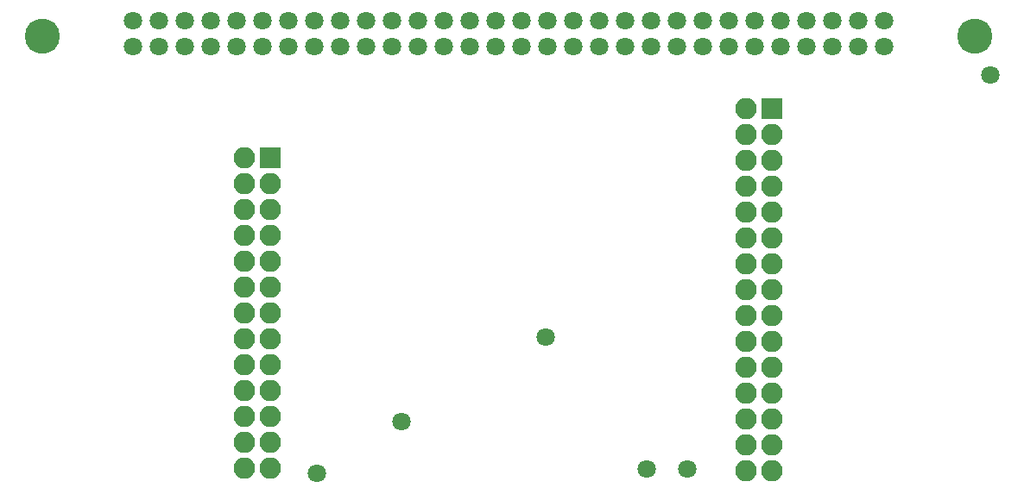
<source format=gbs>
G04 #@! TF.FileFunction,Soldermask,Bot*
%FSLAX46Y46*%
G04 Gerber Fmt 4.6, Leading zero omitted, Abs format (unit mm)*
G04 Created by KiCad (PCBNEW 4.0.1-stable) date 2/9/2017 10:22:46 PM*
%MOMM*%
G01*
G04 APERTURE LIST*
%ADD10C,0.100000*%
%ADD11C,1.797000*%
%ADD12C,3.448000*%
%ADD13R,2.100000X2.100000*%
%ADD14O,2.100000X2.100000*%
G04 APERTURE END LIST*
D10*
D11*
X-36830000Y23704600D03*
X-36830000Y26244600D03*
X-34290000Y23704600D03*
X-34290000Y26244600D03*
X-31750000Y23704600D03*
X-31750000Y26244600D03*
X-29210000Y23704600D03*
X-29210000Y26244600D03*
X-26670000Y23704600D03*
X-26670000Y26244600D03*
X-24130000Y23704600D03*
X-24130000Y26244600D03*
X-21590000Y23704600D03*
X-21590000Y26244600D03*
X-19050000Y23704600D03*
X-19050000Y26244600D03*
X-16510000Y23704600D03*
X-16510000Y26244600D03*
X-13970000Y23704600D03*
X-13970000Y26244600D03*
X-11430000Y23704600D03*
X-11430000Y26244600D03*
X-8890000Y23704600D03*
X-8890000Y26244600D03*
X-6350000Y23704600D03*
X-6350000Y26244600D03*
X-3810000Y23704600D03*
X-3810000Y26244600D03*
X-1270000Y23704600D03*
X-1270000Y26244600D03*
X1270000Y23704600D03*
X1270000Y26244600D03*
X3810000Y23704600D03*
X3810000Y26244600D03*
X6350000Y23704600D03*
X6350000Y26244600D03*
X8890000Y23704600D03*
X8890000Y26244600D03*
X11430000Y23704600D03*
X11430000Y26244600D03*
X13970000Y23704600D03*
X13970000Y26244600D03*
X16510000Y23704600D03*
X16510000Y26244600D03*
X19050000Y23704600D03*
X19050000Y26244600D03*
X21590000Y23704600D03*
X21590000Y26244600D03*
X24130000Y23704600D03*
X24130000Y26244600D03*
X26670000Y23704600D03*
X26670000Y26244600D03*
X29210000Y23704600D03*
X29210000Y26244600D03*
X31750000Y23704600D03*
X31750000Y26244600D03*
X34290000Y23704600D03*
X34290000Y26244600D03*
X36830000Y23704600D03*
X36830000Y26244600D03*
D12*
X45720000Y24720600D03*
X-45720000Y24720600D03*
D13*
X25875000Y17600000D03*
D14*
X23335000Y17600000D03*
X25875000Y15060000D03*
X23335000Y15060000D03*
X25875000Y12520000D03*
X23335000Y12520000D03*
X25875000Y9980000D03*
X23335000Y9980000D03*
X25875000Y7440000D03*
X23335000Y7440000D03*
X25875000Y4900000D03*
X23335000Y4900000D03*
X25875000Y2360000D03*
X23335000Y2360000D03*
X25875000Y-180000D03*
X23335000Y-180000D03*
X25875000Y-2720000D03*
X23335000Y-2720000D03*
X25875000Y-5260000D03*
X23335000Y-5260000D03*
X25875000Y-7800000D03*
X23335000Y-7800000D03*
X25875000Y-10340000D03*
X23335000Y-10340000D03*
X25875000Y-12880000D03*
X23335000Y-12880000D03*
X25875000Y-15420000D03*
X23335000Y-15420000D03*
X25875000Y-17960000D03*
X23335000Y-17960000D03*
D13*
X-23325000Y12800000D03*
D14*
X-25865000Y12800000D03*
X-23325000Y10260000D03*
X-25865000Y10260000D03*
X-23325000Y7720000D03*
X-25865000Y7720000D03*
X-23325000Y5180000D03*
X-25865000Y5180000D03*
X-23325000Y2640000D03*
X-25865000Y2640000D03*
X-23325000Y100000D03*
X-25865000Y100000D03*
X-23325000Y-2440000D03*
X-25865000Y-2440000D03*
X-23325000Y-4980000D03*
X-25865000Y-4980000D03*
X-23325000Y-7520000D03*
X-25865000Y-7520000D03*
X-23325000Y-10060000D03*
X-25865000Y-10060000D03*
X-23325000Y-12600000D03*
X-25865000Y-12600000D03*
X-23325000Y-15140000D03*
X-25865000Y-15140000D03*
X-23325000Y-17680000D03*
X-25865000Y-17680000D03*
D11*
X13589000Y-17805400D03*
X17526000Y-17780000D03*
X-10490200Y-13131800D03*
X-18796000Y-18186400D03*
X3708400Y-4826000D03*
X47294800Y20929600D03*
M02*

</source>
